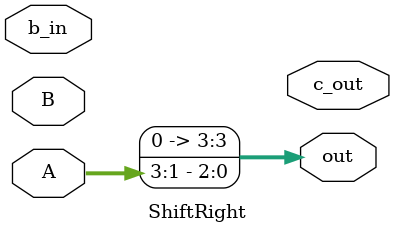
<source format=v>
`timescale 1ns / 1ps


module ShiftRight(
        input [3:0] A, 
        input [3:0] B, 
        input b_in, 
        output [3:0] out, 
        output c_out
    );
    
    assign out[3] = 0; 
    assign out[2] = A[3]; 
    assign out[1] = A[2]; 
    assign out[0] = A[1]; 
    
endmodule

</source>
